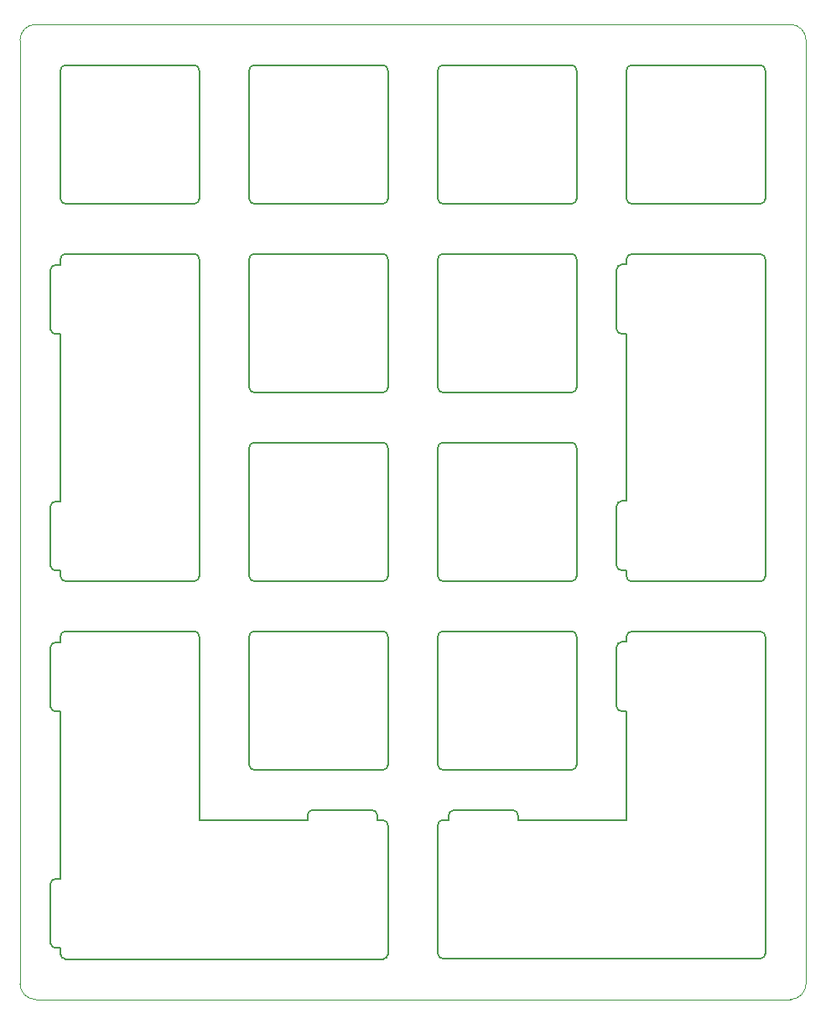
<source format=gbr>
G04 #@! TF.GenerationSoftware,KiCad,Pcbnew,(5.99.0-8711-gbabda304d9)*
G04 #@! TF.CreationDate,2021-01-31T05:26:16-06:00*
G04 #@! TF.ProjectId,65NumpadPLATE,36354e75-6d70-4616-9450-4c4154452e6b,rev?*
G04 #@! TF.SameCoordinates,Original*
G04 #@! TF.FileFunction,Profile,NP*
%FSLAX46Y46*%
G04 Gerber Fmt 4.6, Leading zero omitted, Abs format (unit mm)*
G04 Created by KiCad (PCBNEW (5.99.0-8711-gbabda304d9)) date 2021-01-31 05:26:16*
%MOMM*%
%LPD*%
G01*
G04 APERTURE LIST*
G04 #@! TA.AperFunction,Profile*
%ADD10C,0.200000*%
G04 #@! TD*
G04 #@! TA.AperFunction,Profile*
%ADD11C,0.050000*%
G04 #@! TD*
G04 APERTURE END LIST*
D10*
X370516150Y-122883551D02*
X383516150Y-122883551D01*
X331914500Y-78895951D02*
X331916150Y-95758000D01*
X364466150Y-108883551D02*
G75*
G02*
X364966150Y-109383551I0J-500000D01*
G01*
X389064500Y-102746551D02*
X389066150Y-103358951D01*
X388066150Y-96246551D02*
G75*
G02*
X388566150Y-95746551I500000J0D01*
G01*
X388066150Y-96246551D02*
X388066150Y-102246551D01*
X345916150Y-127965200D02*
X345916150Y-109383551D01*
X388066150Y-72370551D02*
X388066150Y-78370551D01*
X383516150Y-108883551D02*
G75*
G02*
X384016150Y-109383551I0J-500000D01*
G01*
X383516150Y-108883551D02*
X370516150Y-108883551D01*
X402566150Y-70808951D02*
G75*
G02*
X403066150Y-71308951I0J-500000D01*
G01*
X370016150Y-109383551D02*
G75*
G02*
X370516150Y-108883551I500000J0D01*
G01*
X351466150Y-122883551D02*
G75*
G02*
X350966150Y-122383551I0J500000D01*
G01*
X403066150Y-103358951D02*
X403066150Y-71308951D01*
X388066150Y-72370551D02*
G75*
G02*
X388566150Y-71870551I500000J0D01*
G01*
X389066150Y-71308951D02*
X389064500Y-71870551D01*
X388566150Y-78870551D02*
X389064500Y-78870551D01*
X364966150Y-122383551D02*
X364966150Y-109383551D01*
X364466150Y-108883551D02*
X351466150Y-108883551D01*
X350966150Y-109383551D02*
G75*
G02*
X351466150Y-108883551I500000J0D01*
G01*
X350966150Y-90333551D02*
X350966150Y-103333551D01*
X370516150Y-103833551D02*
X383516150Y-103833551D01*
X384016150Y-103333551D02*
G75*
G02*
X383516150Y-103833551I-500000J0D01*
G01*
X370516150Y-103833551D02*
G75*
G02*
X370016150Y-103333551I0J500000D01*
G01*
X383516150Y-89833551D02*
X370516150Y-89833551D01*
X370016150Y-109383551D02*
X370016150Y-122383551D01*
X389066150Y-71308951D02*
G75*
G02*
X389566150Y-70808951I500000J0D01*
G01*
X351466150Y-103833551D02*
X364466150Y-103833551D01*
X364966150Y-103333551D02*
G75*
G02*
X364466150Y-103833551I-500000J0D01*
G01*
X388566150Y-102746551D02*
G75*
G02*
X388066150Y-102246551I0J500000D01*
G01*
X389566150Y-103858951D02*
G75*
G02*
X389066150Y-103358951I0J500000D01*
G01*
X402566150Y-70808951D02*
X389566150Y-70808951D01*
X389064500Y-71870551D02*
X388566150Y-71870551D01*
X389566150Y-103858951D02*
X402566150Y-103858951D01*
X345916150Y-103333551D02*
X345916150Y-71283551D01*
X331916150Y-52233551D02*
X331916150Y-65233550D01*
X351466150Y-122883551D02*
X364466150Y-122883551D01*
X384016150Y-103333551D02*
X384016150Y-90333551D01*
X384016150Y-122383551D02*
X384016150Y-109383551D01*
X384016150Y-122383551D02*
G75*
G02*
X383516150Y-122883551I-500000J0D01*
G01*
X389064500Y-78870551D02*
X389064500Y-95745300D01*
X403066150Y-103358951D02*
G75*
G02*
X402566150Y-103858951I-500000J0D01*
G01*
X330916150Y-96271951D02*
X330916150Y-102271951D01*
X364966150Y-122383551D02*
G75*
G02*
X364466150Y-122883551I-500000J0D01*
G01*
X370016150Y-90333551D02*
X370016150Y-103333551D01*
X364466150Y-89833551D02*
G75*
G02*
X364966150Y-90333551I0J-500000D01*
G01*
X350966150Y-109383551D02*
X350966150Y-122383551D01*
X364966150Y-103333551D02*
X364966150Y-90333551D01*
X364466150Y-89833551D02*
X351466150Y-89833551D01*
X383516150Y-89833551D02*
G75*
G02*
X384016150Y-90333551I0J-500000D01*
G01*
X388566150Y-78870551D02*
G75*
G02*
X388066150Y-78370551I0J500000D01*
G01*
X370516150Y-122883551D02*
G75*
G02*
X370016150Y-122383551I0J500000D01*
G01*
X331416150Y-140871951D02*
G75*
G02*
X330916150Y-140371951I0J500000D01*
G01*
X370016150Y-90333551D02*
G75*
G02*
X370516150Y-89833551I500000J0D01*
G01*
X350966150Y-90333551D02*
G75*
G02*
X351466150Y-89833551I500000J0D01*
G01*
X388566150Y-102746551D02*
X389064500Y-102746551D01*
X389064500Y-95745300D02*
X388566150Y-95746551D01*
X356882700Y-127965200D02*
X345916150Y-127965200D01*
X351466150Y-65733550D02*
G75*
G02*
X350966150Y-65233550I0J500000D01*
G01*
X383516150Y-51733551D02*
G75*
G02*
X384016150Y-52233551I0J-500000D01*
G01*
X370016150Y-52233551D02*
G75*
G02*
X370516150Y-51733551I500000J0D01*
G01*
X403066150Y-65233550D02*
X403066150Y-52233551D01*
X370016150Y-71283551D02*
G75*
G02*
X370516150Y-70783551I500000J0D01*
G01*
X351466150Y-103833551D02*
G75*
G02*
X350966150Y-103333551I0J500000D01*
G01*
X370016150Y-71283551D02*
X370016150Y-84283551D01*
X402566150Y-51733551D02*
X389566150Y-51733551D01*
X351466150Y-84783551D02*
G75*
G02*
X350966150Y-84283551I0J500000D01*
G01*
X370516150Y-84783551D02*
G75*
G02*
X370016150Y-84283551I0J500000D01*
G01*
X384016150Y-84283551D02*
G75*
G02*
X383516150Y-84783551I-500000J0D01*
G01*
X364466150Y-70783551D02*
G75*
G02*
X364966150Y-71283551I0J-500000D01*
G01*
X364466150Y-70783551D02*
X351466150Y-70783551D01*
X389066150Y-52233551D02*
G75*
G02*
X389566150Y-51733551I500000J0D01*
G01*
X350966150Y-71283551D02*
X350966150Y-84283551D01*
X345416150Y-51733551D02*
G75*
G02*
X345916150Y-52233551I0J-500000D01*
G01*
X351466150Y-84783551D02*
X364466150Y-84783551D01*
X383516150Y-70783551D02*
G75*
G02*
X384016150Y-71283551I0J-500000D01*
G01*
X384016150Y-65233550D02*
G75*
G02*
X383516150Y-65733550I-500000J0D01*
G01*
X364966150Y-84283551D02*
G75*
G02*
X364466150Y-84783551I-500000J0D01*
G01*
X383516150Y-70783551D02*
X370516150Y-70783551D01*
X364966150Y-84283551D02*
X364966150Y-71283551D01*
X370516150Y-84783551D02*
X383516150Y-84783551D01*
X384016150Y-65233550D02*
X384016150Y-52233551D01*
X389566150Y-65733550D02*
X402566150Y-65733550D01*
X364466150Y-51733551D02*
X351466150Y-51733551D01*
X350966150Y-71283551D02*
G75*
G02*
X351466150Y-70783551I500000J0D01*
G01*
X384016150Y-84283551D02*
X384016150Y-71283551D01*
X370016150Y-128433551D02*
X370016150Y-141433551D01*
X389566150Y-65733550D02*
G75*
G02*
X389066150Y-65233550I0J500000D01*
G01*
X330916150Y-110495951D02*
X330916150Y-116495951D01*
X363379150Y-126933551D02*
X357379150Y-126933551D01*
X356879150Y-127433551D02*
X356882700Y-127965200D01*
X370516150Y-65733550D02*
G75*
G02*
X370016150Y-65233550I0J500000D01*
G01*
X364966150Y-65233550D02*
G75*
G02*
X364466150Y-65733550I-500000J0D01*
G01*
X345916150Y-65233550D02*
X345916150Y-52233551D01*
X332427200Y-141984351D02*
G75*
G02*
X331927200Y-141484351I0J500000D01*
G01*
X331927200Y-140871951D02*
X331927200Y-141484351D01*
X403066150Y-141433551D02*
G75*
G02*
X402566150Y-141933551I-500000J0D01*
G01*
X370016150Y-52233551D02*
X370016150Y-65233550D01*
X364466150Y-127958951D02*
G75*
G02*
X364966150Y-128458951I0J-500000D01*
G01*
X364966150Y-141484351D02*
X364966150Y-128458951D01*
D11*
X329406250Y-146050000D02*
X405606250Y-146050000D01*
X407193750Y-144462500D02*
X407193750Y-67468750D01*
D10*
X345416150Y-108883551D02*
X332416150Y-108883551D01*
X364966150Y-141484351D02*
G75*
G02*
X364466150Y-141984351I-500000J0D01*
G01*
X351466150Y-65733550D02*
X364466150Y-65733550D01*
X332416150Y-103833551D02*
X345416150Y-103833551D01*
X356879150Y-127433551D02*
G75*
G02*
X357379150Y-126933551I500000J0D01*
G01*
X370016150Y-128433551D02*
G75*
G02*
X370516150Y-127933551I500000J0D01*
G01*
X330916150Y-134371951D02*
G75*
G02*
X331416150Y-133871951I500000J0D01*
G01*
X331916150Y-52233551D02*
G75*
G02*
X332416150Y-51733551I500000J0D01*
G01*
X389066150Y-127939800D02*
X378103150Y-127939800D01*
X370516150Y-141933551D02*
G75*
G02*
X370016150Y-141433551I0J500000D01*
G01*
D11*
X407193750Y-144462500D02*
G75*
G02*
X405606250Y-146050000I-1587500J0D01*
G01*
D10*
X350966150Y-52233551D02*
G75*
G02*
X351466150Y-51733551I500000J0D01*
G01*
X364466150Y-51733551D02*
G75*
G02*
X364966150Y-52233551I0J-500000D01*
G01*
X331927200Y-133871951D02*
X331416150Y-133871951D01*
X331416150Y-116995951D02*
G75*
G02*
X330916150Y-116495951I0J500000D01*
G01*
X370516150Y-65733550D02*
X383516150Y-65733550D01*
D11*
X327818750Y-49212500D02*
X327818750Y-51593750D01*
X329406250Y-146050000D02*
G75*
G02*
X327818750Y-144462500I0J1587500D01*
G01*
D10*
X330916150Y-110495951D02*
G75*
G02*
X331416150Y-109995951I500000J0D01*
G01*
X350966150Y-52233551D02*
X350966150Y-65233550D01*
X383516150Y-51733551D02*
X370516150Y-51733551D01*
X364966150Y-65233550D02*
X364966150Y-52233551D01*
X331914500Y-116995951D02*
X331927200Y-133871951D01*
D11*
X327818750Y-67468750D02*
X327818750Y-144462500D01*
D10*
X363379150Y-126933551D02*
G75*
G02*
X363879150Y-127433551I0J-500000D01*
G01*
X389066150Y-52233551D02*
X389066150Y-65233550D01*
D11*
X407193750Y-51593750D02*
X407193750Y-67468750D01*
D10*
X363880400Y-127958951D02*
X363879150Y-127433551D01*
D11*
X327818750Y-51593750D02*
X327818750Y-67468750D01*
D10*
X402566150Y-108908951D02*
X389566150Y-108908951D01*
X332427200Y-141984351D02*
X364466150Y-141984351D01*
X331416150Y-78895951D02*
X331914500Y-78895951D01*
X402566150Y-51733551D02*
G75*
G02*
X403066150Y-52233551I0J-500000D01*
G01*
D11*
X405606250Y-47625000D02*
G75*
G02*
X407193750Y-49212500I0J-1587500D01*
G01*
X327818750Y-49212500D02*
G75*
G02*
X329406250Y-47625000I1587500J0D01*
G01*
D10*
X330916150Y-134371951D02*
X330916150Y-140371951D01*
X402566150Y-108908951D02*
G75*
G02*
X403066150Y-109408951I0J-500000D01*
G01*
X389066150Y-109408951D02*
X389064500Y-109969300D01*
X403066150Y-141433551D02*
X403066150Y-109408951D01*
D11*
X405606250Y-47625000D02*
X329406250Y-47625000D01*
D10*
X330916150Y-72395951D02*
X330916150Y-78395951D01*
X332416150Y-65733550D02*
G75*
G02*
X331916150Y-65233550I0J500000D01*
G01*
X403066150Y-65233550D02*
G75*
G02*
X402566150Y-65733550I-500000J0D01*
G01*
X345416150Y-70783551D02*
X332416150Y-70783551D01*
X371106700Y-127933551D02*
X370516150Y-127933551D01*
X345416150Y-51733551D02*
X332416150Y-51733551D01*
D11*
X407193750Y-49212500D02*
X407193750Y-51593750D01*
D10*
X364466150Y-127958951D02*
X363880400Y-127958951D01*
X345416150Y-108883551D02*
G75*
G02*
X345916150Y-109383551I0J-500000D01*
G01*
X388066150Y-110470551D02*
X388066150Y-116470551D01*
X331914500Y-109995951D02*
X331416150Y-109995951D01*
X331416150Y-78895951D02*
G75*
G02*
X330916150Y-78395951I0J500000D01*
G01*
X389066150Y-109408951D02*
G75*
G02*
X389566150Y-108908951I500000J0D01*
G01*
X377603150Y-126958951D02*
X371603150Y-126958951D01*
X388566150Y-116970551D02*
G75*
G02*
X388066150Y-116470551I0J500000D01*
G01*
X332416150Y-103833551D02*
G75*
G02*
X331916150Y-103333551I0J500000D01*
G01*
X378103150Y-127939800D02*
X378103150Y-127458951D01*
X332416150Y-65733550D02*
X345416150Y-65733550D01*
X388566150Y-116970551D02*
X389064500Y-116967000D01*
X330916150Y-96271951D02*
G75*
G02*
X331416150Y-95771951I500000J0D01*
G01*
X330916150Y-72395951D02*
G75*
G02*
X331416150Y-71895951I500000J0D01*
G01*
X331914500Y-71894700D02*
X331416150Y-71895951D01*
X371103150Y-127458951D02*
G75*
G02*
X371603150Y-126958951I500000J0D01*
G01*
X371103150Y-127458951D02*
X371106700Y-127933551D01*
X331916150Y-102768400D02*
X331916150Y-103333551D01*
X331416150Y-140871951D02*
X331927200Y-140871951D01*
X345916150Y-103333551D02*
G75*
G02*
X345416150Y-103833551I-500000J0D01*
G01*
X389064500Y-116967000D02*
X389066150Y-127939800D01*
X331416150Y-102771951D02*
G75*
G02*
X330916150Y-102271951I0J500000D01*
G01*
X331916150Y-109383551D02*
G75*
G02*
X332416150Y-108883551I500000J0D01*
G01*
X370516150Y-141933551D02*
X402566150Y-141933551D01*
X331416150Y-116995951D02*
X331914500Y-116995951D01*
X389064500Y-109969300D02*
X388566150Y-109970551D01*
X331916150Y-95758000D02*
X331416150Y-95771951D01*
X331916150Y-71283551D02*
G75*
G02*
X332416150Y-70783551I500000J0D01*
G01*
X377603150Y-126958951D02*
G75*
G02*
X378103150Y-127458951I0J-500000D01*
G01*
X331916150Y-71283551D02*
X331914500Y-71894700D01*
X345916150Y-65233550D02*
G75*
G02*
X345416150Y-65733550I-500000J0D01*
G01*
X331416150Y-102771951D02*
X331916150Y-102768400D01*
X388066150Y-110470551D02*
G75*
G02*
X388566150Y-109970551I500000J0D01*
G01*
X331916150Y-109383551D02*
X331914500Y-109995951D01*
X345416150Y-70783551D02*
G75*
G02*
X345916150Y-71283551I0J-500000D01*
G01*
M02*

</source>
